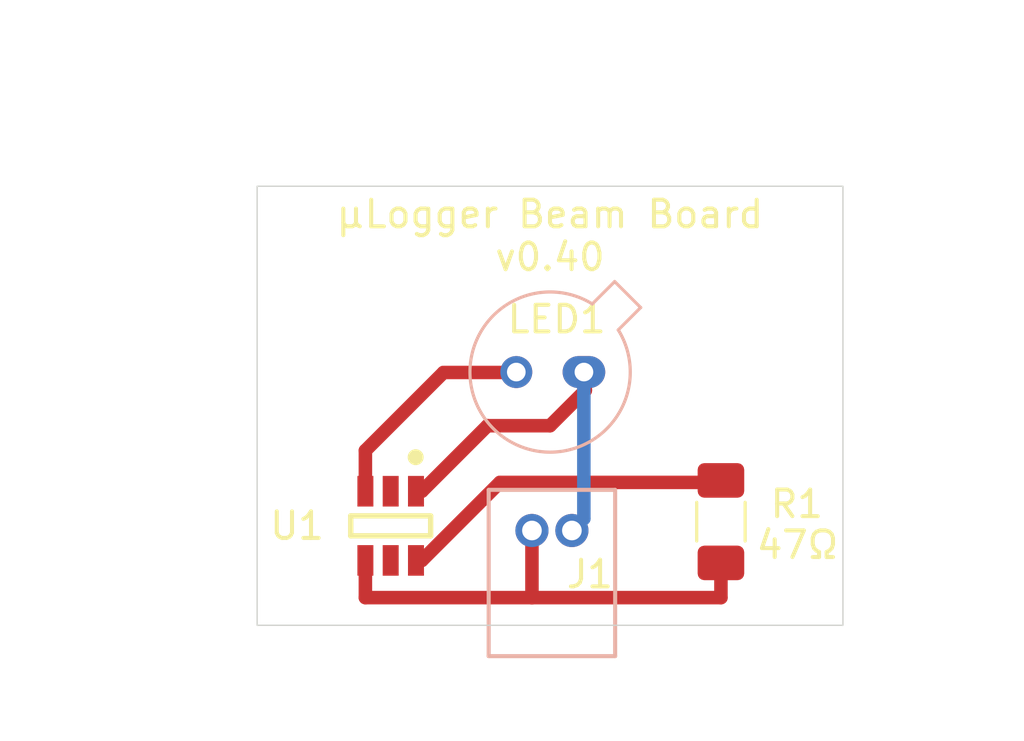
<source format=kicad_pcb>
(kicad_pcb (version 20241229) (generator "pcbnew") (generator_version "9.0")
  (layers (0 "F.Cu" signal) (2 "B.Cu" signal) (13 "F.Paste" user) (15 "B.Paste" user) (5 "F.SilkS" user "F.Silkscreen") (7 "B.SilkS" user "B.Silkscreen") (1 "F.Mask" user) (3 "B.Mask" user) (25 "Edge.Cuts" user))
  (property "PROJ_AUTHOR" "Sebastian Kopf")
  (property "PROJ_REV" "0.40")
  (property "PROJ_TITLE" "µLogger Beam Board")
  (net 0 "")
  (net 1 "GND")
  (net 2 "Net-(LED1-A)")
  (net 3 "+5V")
  (net 4 "Net-(U1-REXT)")
  (footprint "footprints:LED_driver_SOT-23-6_SOT95P285X140-6N" (layer "F.Cu") (at 150.016 107.762 -90)
    (property "Reference" "U1" (at 0 3.516 0) (layer "F.SilkS"))
    (property "Value" "BCR401UW6Q-7")
    (fp_line (start -0.375 1.5) (end -0.375 -1.5) (stroke (width 0.2)) (layer "F.SilkS"))
    (fp_line (start 0.375 1.5) (end -0.375 1.5) (stroke (width 0.2)) (layer "F.SilkS"))
    (fp_line (start -0.375 -1.5) (end 0.375 -1.5) (stroke (width 0.2)) (layer "F.SilkS"))
    (fp_line (start 0.375 -1.5) (end 0.375 1.5) (stroke (width 0.2)) (layer "F.SilkS"))
    (fp_circle (center -2.579614 -0.9377) (end -2.329614 -0.9377) (stroke (width 0.1)) (fill yes) (layer "F.SilkS"))
    (pad "1" smd rect (at -1.3 -0.95 270) (size 1.15 0.6) (layers "F.Cu" "F.Mask" "F.Paste") (net 1 "GND"))
    (pad "2" smd rect (at -1.3 0 270) (size 1.15 0.6) (layers "F.Cu" "F.Mask" "F.Paste"))
    (pad "3" smd rect (at -1.3 0.95 270) (size 1.15 0.6) (layers "F.Cu" "F.Mask" "F.Paste") (net 2 "Net-(LED1-A)"))
    (pad "4" smd rect (at 1.3 0.95 270) (size 1.15 0.6) (layers "F.Cu" "F.Mask" "F.Paste") (net 3 "+5V"))
    (pad "5" smd rect (at 1.3 0 270) (size 1.15 0.6) (layers "F.Cu" "F.Mask" "F.Paste"))
    (pad "6" smd rect (at 1.3 -0.95 270) (size 1.15 0.6) (layers "F.Cu" "F.Mask" "F.Paste") (net 4 "Net-(U1-REXT)"))
  )
  (footprint "footprints:MountingHole_3.0mm_M3" (layer "F.Cu") (at 164 102)
    (property "Reference" "" (hide yes))
    (property "Value" "MountingHole_3.0mm_M3" (hide yes))
    (pad "" np_thru_hole circle (at 0 0) (size 3 3) (drill 3) (layers "*.Cu" "*.Mask"))
  )
  (footprint "footprints:MountingHole_3.0mm_M3" (layer "F.Cu") (at 148 102)
    (property "Reference" "" (hide yes))
    (property "Value" "MountingHole_3.0mm_M3" (hide yes))
    (pad "" np_thru_hole circle (at 0 0) (size 3 3) (drill 3) (layers "*.Cu" "*.Mask"))
  )
  (footprint "footprints:R_1206_3216Metric_Pad1.30x1.75mm_HandSolder" (layer "F.Cu") (at 162.4183 107.60565 -90)
    (property "Reference" "R1" (at -0.662106 -2.849559 0) (layer "F.SilkS"))
    (property "Value" "47Ω" (at 0.873712 -2.875513 0) (layer "F.SilkS"))
    (fp_line (start -0.727064 0.91) (end 0.727064 0.91) (stroke (width 0.12)) (layer "F.SilkS"))
    (fp_line (start -0.727064 -0.91) (end 0.727064 -0.91) (stroke (width 0.12)) (layer "F.SilkS"))
    (pad "1" smd roundrect (at -1.55 0 270) (size 1.3 1.75) (layers "F.Cu" "F.Mask" "F.Paste") (roundrect_rratio 0.192308) (net 4 "Net-(U1-REXT)"))
    (pad "2" smd roundrect (at 1.55 0 270) (size 1.3 1.75) (layers "F.Cu" "F.Mask" "F.Paste") (roundrect_rratio 0.192308) (net 3 "+5V"))
  )
  (footprint "footprints:JST_ZH_2POS_RA_S2B-ZR" (layer "B.Cu") (at 156.821 107.938 180)
    (property "Reference" "J1" (at -0.6779 -1.643792 0) (layer "F.SilkS"))
    (property "Value" "JST S2B-ZR")
    (fp_line (start 3.1249 1.527) (end -1.6249 1.527) (stroke (width 0.1524)) (layer "B.SilkS"))
    (fp_line (start 3.1249 -4.7214) (end 3.1249 1.527) (stroke (width 0.1524)) (layer "B.SilkS"))
    (fp_line (start -1.6249 1.527) (end -1.6249 -4.7214) (stroke (width 0.1524)) (layer "B.SilkS"))
    (fp_line (start -1.6249 -4.7214) (end 3.1249 -4.7214) (stroke (width 0.1524)) (layer "B.SilkS"))
    (pad "1" thru_hole circle (at 0 0 180) (size 1.2446 1.2446) (drill 0.7366) (layers "*.Cu" "*.Mask") (net 1 "GND"))
    (pad "2" thru_hole circle (at 1.500001 0 180) (size 1.2446 1.2446) (drill 0.7366) (layers "*.Cu" "*.Mask") (net 3 "+5V"))
  )
  (footprint "footprints:TO-46-2" (layer "B.Cu") (at 157.273148 101.983612 180)
    (property "Reference" "LED1" (at 1.025126 1.983612 0) (layer "F.SilkS"))
    (property "Value" "630NM MTE7063NK2-UR")
    (fp_line (start -0.313811 2.559618) (end -1.154301 3.400108) (stroke (width 0.12)) (layer "B.SilkS"))
    (fp_line (start -1.154301 3.400108) (end -2.130108 2.424301) (stroke (width 0.12)) (layer "B.SilkS"))
    (fp_line (start -2.130108 2.424301) (end -1.289618 1.583811) (stroke (width 0.12)) (layer "B.SilkS"))
    (fp_arc (start -1.289618 1.583811) (mid 3.398392 -2.128392) (end -0.313811 2.559618) (stroke (width 0.12)) (layer "B.SilkS"))
    (pad "1" thru_hole oval (at 0 0 180) (size 1.6 1.2) (drill 0.7) (layers "*.Cu" "*.Mask") (net 1 "GND"))
    (pad "2" thru_hole circle (at 2.54 0 180) (size 1.2 1.2) (drill 0.7) (layers "*.Cu" "*.Mask") (net 2 "Net-(LED1-A)"))
  )
  (gr_rect (start 145 95) (end 167 111.5) (stroke (width 0.05)) (fill no) (layer "Edge.Cuts"))
  (gr_text "${PROJ_TITLE}\nv${PROJ_REV}" (at 155.9989 98.2464 0) (layer "F.SilkS") (effects (font (size 1 1)) (justify bottom)))
  (segment (start 150.966 106.462) (end 151.188 106.462) (width 0.508) (layer "F.Cu") (net 1))
  (segment (start 156 104) (end 157.326453 102.673547) (width 0.508) (layer "F.Cu") (net 1))
  (segment (start 153.65 104) (end 156 104) (width 0.508) (layer "F.Cu") (net 1))
  (segment (start 157.326453 102) (end 157.27 102) (width 0.508) (layer "F.Cu") (net 1))
  (segment (start 157.326453 102.673547) (end 157.326453 102) (width 0.508) (layer "F.Cu") (net 1))
  (segment (start 151.188 106.462) (end 153.65 104) (width 0.508) (layer "F.Cu") (net 1))
  (segment (start 157.27 107.489) (end 156.821 107.938) (width 0.508) (layer "B.Cu") (net 1))
  (segment (start 157.273148 101.983612) (end 157.27 101.98676) (width 0.508) (layer "B.Cu") (net 1))
  (segment (start 157.27 101.98676) (end 157.27 107.489) (width 0.508) (layer "B.Cu") (net 1))
  (segment (start 149.066 104.934) (end 152 102) (width 0.508) (layer "F.Cu") (net 2))
  (segment (start 154.71676 102) (end 154.733148 101.983612) (width 0.508) (layer "F.Cu") (net 2))
  (segment (start 152 102) (end 154.71676 102) (width 0.508) (layer "F.Cu") (net 2))
  (segment (start 149.066 106.462) (end 149.066 104.934) (width 0.508) (layer "F.Cu") (net 2))
  (segment (start 155.321 110.461) (end 162.4183 110.461) (width 0.508) (layer "F.Cu") (net 3))
  (segment (start 155.321 107.938001) (end 155.321 110.461) (width 0.508) (layer "F.Cu") (net 3))
  (segment (start 155.320999 107.938) (end 155.321 107.938001) (width 0.508) (layer "F.Cu") (net 3))
  (segment (start 149.066 110.461) (end 155.321 110.461) (width 0.508) (layer "F.Cu") (net 3))
  (segment (start 162.4183 110.461) (end 162.4183 109.08105) (width 0.508) (layer "F.Cu") (net 3))
  (segment (start 149.066 109.062) (end 149.066 110.461) (width 0.508) (layer "F.Cu") (net 3))
  (segment (start 150.966 109.062) (end 151.188 109.062) (width 0.508) (layer "F.Cu") (net 4))
  (segment (start 154.11975 106.13025) (end 162.4183 106.13025) (width 0.508) (layer "F.Cu") (net 4))
  (segment (start 151.188 109.062) (end 154.11975 106.13025) (width 0.508) (layer "F.Cu") (net 4))
)
</source>
